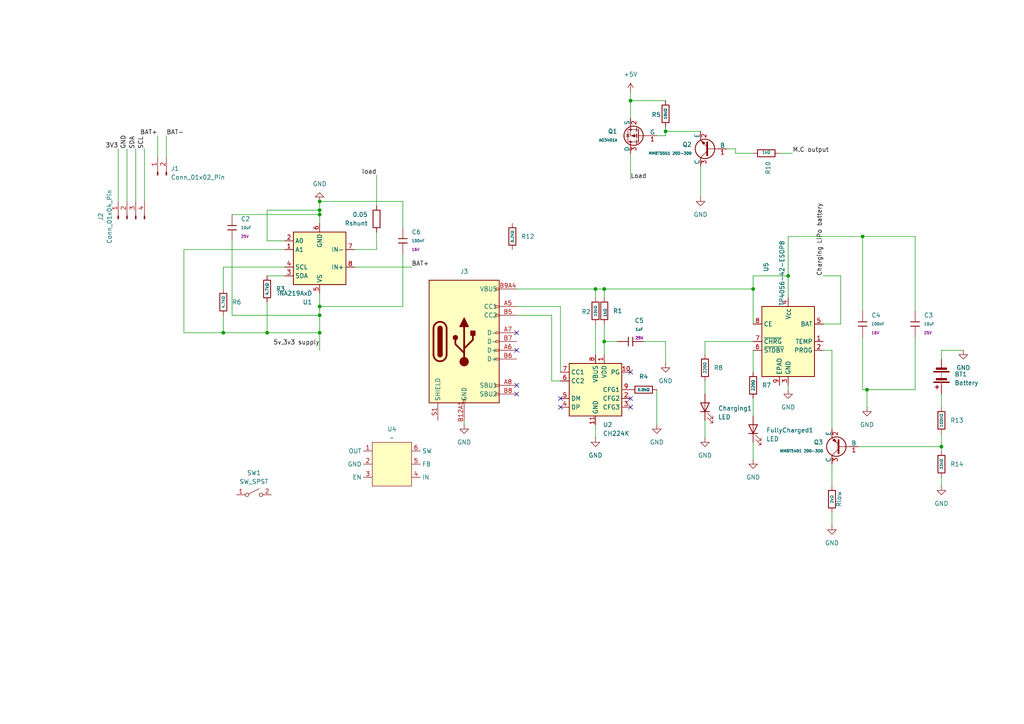
<source format=kicad_sch>
(kicad_sch (version 20250114) (generator "eeschema") (generator_version "9.0")
  (paper "A4")
  (lib_symbols
    (symbol "Battery_Management:TP4056-42-ESOP8"
      (property "Reference" "U" (at -6.604 11.684 0))
      (property "Value" "TP4056-42-ESOP8" (at 10.16 11.684 0))
      (symbol "TP4056-42-ESOP8_1_0"
        (pin input line (at -10.16 5.08 0) (length 2.54) (name "CE") (number "8"))
        (pin open_collector line (at -10.16 0 0) (length 2.54) (name "~{CHRG}") (number "7"))
        (pin open_collector line (at -10.16 -2.54 0) (length 2.54) (name "~{STDBY}") (number "6"))
        (pin passive line (at -2.54 -12.7 90) (length 2.54) (name "EPAD") (number "9"))
        (pin power_in line (at 0 12.7 270) (length 2.54) (name "V_{CC}") (number "4"))
        (pin power_in line (at 0 -12.7 90) (length 2.54) (name "GND") (number "3"))
        (pin power_out line (at 10.16 5.08 180) (length 2.54) (name "BAT") (number "5"))
        (pin input line (at 10.16 0 180) (length 2.54) (name "TEMP") (number "1"))
        (pin passive line (at 10.16 -2.54 180) (length 2.54) (name "PROG") (number "2"))
      )
    )
    (symbol "Connector:Conn_01x02_Pin" (pin_names (offset 1.016) (hide yes))
      (property "Reference" "J" (at 0 2.54 0))
      (property "Value" "Conn_01x02_Pin" (at 0 -5.08 0))
      (symbol "Conn_01x02_Pin_1_1"
        (pin passive line (at 5.08 0 180) (length 3.81) (name "Pin_1") (number "1"))
        (pin passive line (at 5.08 -2.54 180) (length 3.81) (name "Pin_2") (number "2"))
      )
    )
    (symbol "Connector:Conn_01x04_Pin" (pin_names (offset 1.016) (hide yes))
      (property "Reference" "J" (at 0 5.08 0))
      (property "Value" "Conn_01x04_Pin" (at 0 -7.62 0))
      (symbol "Conn_01x04_Pin_1_1"
        (pin passive line (at 5.08 2.54 180) (length 3.81) (name "Pin_1") (number "1"))
        (pin passive line (at 5.08 0 180) (length 3.81) (name "Pin_2") (number "2"))
        (pin passive line (at 5.08 -2.54 180) (length 3.81) (name "Pin_3") (number "3"))
        (pin passive line (at 5.08 -5.08 180) (length 3.81) (name "Pin_4") (number "4"))
      )
    )
    (symbol "Device:Battery" (pin_numbers (hide yes)) (pin_names (offset 0) (hide yes))
      (property "Reference" "BT" (at 2.54 2.54 0))
      (property "Value" "Battery" (at 2.54 0 0))
      (symbol "Battery_1_1"
        (pin passive line (at 0 5.08 270) (length 2.54) (name "+") (number "1"))
        (pin passive line (at 0 -5.08 90) (length 2.54) (name "-") (number "2"))
      )
    )
    (symbol "Device:LED" (pin_numbers (hide yes)) (pin_names (offset 1.016) (hide yes))
      (property "Reference" "D" (at 0 2.54 0))
      (property "Value" "LED" (at 0 -2.54 0))
      (symbol "LED_1_1"
        (pin passive line (at -3.81 0 0) (length 2.54) (name "K") (number "1"))
        (pin passive line (at 3.81 0 180) (length 2.54) (name "A") (number "2"))
      )
    )
    (symbol "Device:R" (pin_numbers (hide yes)) (pin_names (offset 0))
      (property "Reference" "R" (at 2.032 0 90))
      (property "Value" "R" (at 0 0 90))
      (symbol "R_1_1"
        (pin passive line (at 0 3.81 270) (length 1.27) (name "~") (number "1"))
        (pin passive line (at 0 -3.81 90) (length 1.27) (name "~") (number "2"))
      )
    )
    (symbol "ETA1038:ETA1038"
      (property "Reference" "U" (at 0 0 0))
      (symbol "ETA1038_1_1"
        (pin power_out line (at -5.08 3.81 180) (length 2.54) (name "OUT") (number "1"))
        (pin power_in line (at -5.08 0 180) (length 2.54) (name "GND") (number "2"))
        (pin input line (at -5.08 -3.81 180) (length 2.54) (name "EN") (number "3"))
        (pin power_out line (at 6.35 3.81 0) (length 2.54) (name "SW") (number "6"))
        (pin input line (at 6.35 0 0) (length 2.54) (name "FB") (number "5"))
        (pin power_in line (at 6.35 -3.81 0) (length 2.54) (name "IN") (number "4"))
      )
    )
    (symbol "Interface_USB:CH224K"
      (property "Reference" "U" (at -7.874 -8.89 0))
      (property "Value" "CH224K" (at 3.048 -8.89 0))
      (symbol "CH224K_1_1"
        (pin bidirectional line (at -10.16 5.08 0) (length 2.54) (name "CC1") (number "7"))
        (pin bidirectional line (at -10.16 2.54 0) (length 2.54) (name "CC2") (number "6"))
        (pin bidirectional line (at -10.16 -2.54 0) (length 2.54) (name "DM") (number "5"))
        (pin bidirectional line (at -10.16 -5.08 0) (length 2.54) (name "DP") (number "4"))
        (pin passive line (at 0 10.16 270) (length 2.54) (name "VBUS") (number "8"))
        (pin power_in line (at 0 -10.16 90) (length 2.54) (name "GND") (number "11"))
        (pin power_in line (at 2.54 10.16 270) (length 2.54) (name "VDD") (number "1"))
        (pin open_collector line (at 10.16 5.08 180) (length 2.54) (name "PG") (number "10"))
        (pin passive line (at 10.16 0 180) (length 2.54) (name "CFG1") (number "9"))
        (pin passive line (at 10.16 -2.54 180) (length 2.54) (name "CFG2") (number "2"))
        (pin passive line (at 10.16 -5.08 180) (length 2.54) (name "CFG3") (number "3"))
      )
    )
    (symbol "JLCPCB-Capacitors:0402,1uF" (pin_numbers (hide yes)) (pin_names (offset 0))
      (property "Reference" "C" (at 2.032 1.668 0))
      (property "Value" "1uF" (at 2.032 -0.3782 0))
      (property "Voltage Rated" "25V" (at 2.032 -2.0462 0))
      (symbol "0402,1uF_1_1"
        (pin passive line (at 0 3.81 270) (length 3.175) (name "~") (number "1"))
        (pin passive line (at 0 -3.81 90) (length 3.175) (name "~") (number "2"))
      )
    )
    (symbol "JLCPCB-Extended:Connector, USB-TYPE-C-16P"
      (property "Reference" "J" (at 2.54 2.54 0))
      (symbol "Connector, USB-TYPE-C-16P_1_1"
        (pin passive line (at -7.62 -22.86 90) (length 5.08) (name "SHIELD") (number "S1"))
        (pin passive line (at 0 -22.86 90) (length 5.08) (hide yes) (name "GND") (number "A12B1"))
        (pin passive line (at 0 -22.86 90) (length 5.08) (name "GND") (number "B12A1"))
        (pin passive line (at 15.24 15.24 180) (length 5.08) (hide yes) (name "VBUS") (number "A9B4"))
        (pin passive line (at 15.24 15.24 180) (length 5.08) (name "VBUS") (number "B9A4"))
        (pin bidirectional line (at 15.24 10.16 180) (length 5.08) (name "CC1") (number "A5"))
        (pin bidirectional line (at 15.24 7.62 180) (length 5.08) (name "CC2") (number "B5"))
        (pin bidirectional line (at 15.24 2.54 180) (length 5.08) (name "D-") (number "A7"))
        (pin bidirectional line (at 15.24 0 180) (length 5.08) (name "D-") (number "B7"))
        (pin bidirectional line (at 15.24 -2.54 180) (length 5.08) (name "D+") (number "A6"))
        (pin bidirectional line (at 15.24 -5.08 180) (length 5.08) (name "D+") (number "B6"))
        (pin bidirectional line (at 15.24 -12.7 180) (length 5.08) (name "SBU1") (number "A8"))
        (pin bidirectional line (at 15.24 -15.24 180) (length 5.08) (name "SBU2") (number "B8"))
      )
    )
    (symbol "JLCPCB-Resistors:0603,10kΩ" (pin_numbers (hide yes)) (pin_names (offset 0))
      (property "Reference" "R" (at 1.778 0 0))
      (property "Value" "10kΩ" (at 0 0 90))
      (symbol "0603,10kΩ_1_1"
        (pin passive line (at 0 3.81 270) (length 1.27) (name "~") (number "1"))
        (pin passive line (at 0 -3.81 90) (length 1.27) (name "~") (number "2"))
      )
    )
    (symbol "JLCPCB-Resistors:0603,1kΩ" (pin_numbers (hide yes)) (pin_names (offset 0))
      (property "Reference" "R" (at 1.778 0 0))
      (property "Value" "1kΩ" (at 0 0 90))
      (symbol "0603,1kΩ_1_1"
        (pin passive line (at 0 3.81 270) (length 1.27) (name "~") (number "1"))
        (pin passive line (at 0 -3.81 90) (length 1.27) (name "~") (number "2"))
      )
    )
    (symbol "JLCPCB-Resistors:0603,6.8kΩ" (pin_numbers (hide yes)) (pin_names (offset 0))
      (property "Reference" "R" (at 1.778 0 0))
      (property "Value" "6.8kΩ" (at 0 0 90))
      (symbol "0603,6.8kΩ_1_1"
        (pin passive line (at 0 3.81 270) (length 1.27) (name "~") (number "1"))
        (pin passive line (at 0 -3.81 90) (length 1.27) (name "~") (number "2"))
      )
    )
    (symbol "PCM_JLCPCB-Capacitors:0402,100nF" (pin_numbers (hide yes)) (pin_names (offset 0))
      (property "Reference" "C" (at 2.032 1.668 0))
      (property "Value" "100nF" (at 2.032 -0.3782 0))
      (property "Voltage Rated" "16V" (at 2.032 -2.0462 0))
      (symbol "0402,100nF_1_1"
        (pin passive line (at 0 3.81 270) (length 3.175) (name "~") (number "1"))
        (pin passive line (at 0 -3.81 90) (length 3.175) (name "~") (number "2"))
      )
    )
    (symbol "PCM_JLCPCB-Capacitors:0805,10uF" (pin_numbers (hide yes)) (pin_names (offset 0))
      (property "Reference" "C" (at 2.032 1.668 0))
      (property "Value" "10uF" (at 2.032 -0.3782 0))
      (property "Voltage Rated" "25V" (at 2.032 -2.0462 0))
      (symbol "0805,10uF_1_1"
        (pin passive line (at 0 3.81 270) (length 3.175) (name "~") (number "1"))
        (pin passive line (at 0 -3.81 90) (length 3.175) (name "~") (number "2"))
      )
    )
    (symbol "PCM_JLCPCB-Resistors:0402,100kΩ" (pin_numbers (hide yes)) (pin_names (offset 0))
      (property "Reference" "R" (at 1.778 0 0))
      (property "Value" "100kΩ" (at 0 0 90))
      (symbol "0402,100kΩ_1_1"
        (pin passive line (at 0 3.81 270) (length 1.27) (name "~") (number "1"))
        (pin passive line (at 0 -3.81 90) (length 1.27) (name "~") (number "2"))
      )
    )
    (symbol "PCM_JLCPCB-Resistors:0603,220Ω" (pin_numbers (hide yes)) (pin_names (offset 0))
      (property "Reference" "R" (at 1.778 0 0))
      (property "Value" "220Ω" (at 0 0 90))
      (symbol "0603,220Ω_1_1"
        (pin passive line (at 0 3.81 270) (length 1.27) (name "~") (number "1"))
        (pin passive line (at 0 -3.81 90) (length 1.27) (name "~") (number "2"))
      )
    )
    (symbol "PCM_JLCPCB-Resistors:0603,2kΩ" (pin_numbers (hide yes)) (pin_names (offset 0))
      (property "Reference" "R" (at 1.778 0 0))
      (property "Value" "2kΩ" (at 0 0 90))
      (symbol "0603,2kΩ_1_1"
        (pin passive line (at 0 3.81 270) (length 1.27) (name "~") (number "1"))
        (pin passive line (at 0 -3.81 90) (length 1.27) (name "~") (number "2"))
      )
    )
    (symbol "PCM_JLCPCB-Resistors:0603,33kΩ" (pin_numbers (hide yes)) (pin_names (offset 0))
      (property "Reference" "R" (at 1.778 0 0))
      (property "Value" "33kΩ" (at 0 0 90))
      (symbol "0603,33kΩ_1_1"
        (pin passive line (at 0 3.81 270) (length 1.27) (name "~") (number "1"))
        (pin passive line (at 0 -3.81 90) (length 1.27) (name "~") (number "2"))
      )
    )
    (symbol "PCM_JLCPCB-Resistors:0603,6.2kΩ" (pin_numbers (hide yes)) (pin_names (offset 0))
      (property "Reference" "R" (at 1.778 0 0))
      (property "Value" "6.2kΩ" (at 0 0 90))
      (symbol "0603,6.2kΩ_1_1"
        (pin passive line (at 0 3.81 270) (length 1.27) (name "~") (number "1"))
        (pin passive line (at 0 -3.81 90) (length 1.27) (name "~") (number "2"))
      )
    )
    (symbol "PCM_JLCPCB-Resistors:0805,4.7kΩ" (pin_numbers (hide yes)) (pin_names (offset 0))
      (property "Reference" "R" (at 1.778 0 0))
      (property "Value" "4.7kΩ" (at 0 0 90))
      (symbol "0805,4.7kΩ_1_1"
        (pin passive line (at 0 3.81 270) (length 1.27) (name "~") (number "1"))
        (pin passive line (at 0 -3.81 90) (length 1.27) (name "~") (number "2"))
      )
    )
    (symbol "PCM_JLCPCB-Transistors:NPN,MMBT5551 200-300" (pin_names (offset 0))
      (property "Reference" "Q" (at 4.8514 0.834 0))
      (property "Value" "MMBT5551 200-300" (at 4.8514 -1.2122 0))
      (symbol "NPN,MMBT5551 200-300_1_1"
        (pin input line (at -5.08 0 0) (length 2.54) (name "B") (number "1"))
        (pin open_collector line (at 2.54 5.08 270) (length 2.54) (name "C") (number "3"))
        (pin open_emitter line (at 2.54 -5.08 90) (length 2.54) (name "E") (number "2"))
      )
    )
    (symbol "PCM_JLCPCB-Transistors:PMOS,AO3401A" (pin_names (offset 0))
      (property "Reference" "Q" (at 4.8514 0.834 0))
      (property "Value" "AO3401A" (at 4.8514 -1.2122 0))
      (symbol "PMOS,AO3401A_1_1"
        (pin input line (at -5.08 0 0) (length 2.54) (name "G") (number "1"))
        (pin passive line (at 2.54 5.08 270) (length 2.54) (name "D") (number "3"))
        (pin passive line (at 2.54 -5.08 90) (length 2.54) (name "S") (number "2"))
      )
    )
    (symbol "PCM_JLCPCB-Transistors:PNP,MMBT5401 200-300" (pin_names (offset 0))
      (property "Reference" "Q" (at 4.8514 0.834 0))
      (property "Value" "MMBT5401 200-300" (at 4.8514 -1.2122 0))
      (symbol "PNP,MMBT5401 200-300_1_1"
        (pin input line (at -5.08 0 0) (length 2.54) (name "B") (number "1"))
        (pin open_collector line (at 2.54 5.08 270) (length 2.54) (name "C") (number "3"))
        (pin open_emitter line (at 2.54 -5.08 90) (length 2.54) (name "E") (number "2"))
      )
    )
    (symbol "Sensor_Energy:INA219AxD"
      (property "Reference" "U" (at -6.35 8.89 0))
      (property "Value" "INA219AxD" (at 5.08 8.89 0))
      (symbol "INA219AxD_1_1"
        (pin input line (at -10.16 2.54 0) (length 2.54) (name "IN+") (number "8"))
        (pin input line (at -10.16 -2.54 0) (length 2.54) (name "IN-") (number "7"))
        (pin power_in line (at 0 10.16 270) (length 2.54) (name "VS") (number "5"))
        (pin power_in line (at 0 -10.16 90) (length 2.54) (name "GND") (number "6"))
        (pin bidirectional line (at 10.16 5.08 180) (length 2.54) (name "SDA") (number "3"))
        (pin input line (at 10.16 2.54 180) (length 2.54) (name "SCL") (number "4"))
        (pin input line (at 10.16 -2.54 180) (length 2.54) (name "A1") (number "1"))
        (pin input line (at 10.16 -5.08 180) (length 2.54) (name "A0") (number "2"))
      )
    )
    (symbol "Switch:SW_SPST" (pin_names (offset 0) (hide yes))
      (property "Reference" "SW" (at 0 3.175 0))
      (property "Value" "SW_SPST" (at 0 -2.54 0))
      (symbol "SW_SPST_1_1"
        (pin passive line (at -5.08 0 0) (length 2.54) (name "A") (number "1"))
        (pin passive line (at 5.08 0 180) (length 2.54) (name "B") (number "2"))
      )
    )
    (symbol "power:+5V" (power) (pin_numbers (hide yes)) (pin_names (offset 0) (hide yes))
      (property "Value" "+5V" (at 0 3.556 0))
      (symbol "+5V_1_1"
        (pin power_in line (at 0 0 90) (length 0) (name "~") (number "1"))
      )
    )
    (symbol "power:GND" (power) (pin_numbers (hide yes)) (pin_names (offset 0) (hide yes))
      (property "Value" "GND" (at 0 -3.81 0))
      (symbol "GND_1_1"
        (pin power_in line (at 0 0 270) (length 0) (name "~") (number "1"))
      )
    )
  )
  (junction (at 182.88 29.21))
  (junction (at 92.71 91.44))
  (junction (at 92.71 58.42))
  (junction (at 273.05 129.54))
  (junction (at 228.6 80.01))
  (junction (at 92.71 88.9))
  (junction (at 172.72 83.82))
  (junction (at 175.26 83.82))
  (junction (at 250.19 68.58))
  (junction (at 193.04 38.1))
  (junction (at 92.71 62.23))
  (junction (at 92.71 60.96))
  (junction (at 175.26 99.06))
  (junction (at 218.44 83.82))
  (junction (at 251.46 113.03))
  (junction (at 92.71 96.52))
  (junction (at 77.47 96.52))
  (junction (at 64.77 96.52))
  (no_connect (at 149.86 111.76))
  (no_connect (at 149.86 101.6))
  (no_connect (at 182.88 107.95))
  (no_connect (at 149.86 114.3))
  (no_connect (at 182.88 118.11))
  (no_connect (at 182.88 115.57))
  (no_connect (at 149.86 96.52))
  (no_connect (at 162.56 115.57))
  (no_connect (at 162.56 118.11))
  (wire (pts (xy 273.05 125.73) (xy 273.05 129.54)))
  (wire (pts (xy 162.56 88.9) (xy 149.86 88.9)))
  (wire (pts (xy 48.26 39.37) (xy 48.26 45.72)))
  (wire (pts (xy 77.47 60.96) (xy 92.71 60.96)))
  (wire (pts (xy 273.05 114.3) (xy 273.05 118.11)))
  (wire (pts (xy 34.29 43.18) (xy 34.29 58.42)))
  (wire (pts (xy 64.77 96.52) (xy 64.77 91.44)))
  (wire (pts (xy 134.62 123.19) (xy 134.62 121.92)))
  (wire (pts (xy 109.22 59.69) (xy 109.22 50.8)))
  (wire (pts (xy 77.47 96.52) (xy 64.77 96.52)))
  (wire (pts (xy 226.06 44.45) (xy 229.87 44.45)))
  (wire (pts (xy 238.76 101.6) (xy 241.3 101.6)))
  (wire (pts (xy 250.19 97.79) (xy 250.19 113.03)))
  (wire (pts (xy 77.47 87.63) (xy 77.47 96.52)))
  (wire (pts (xy 182.88 29.21) (xy 182.88 34.29)))
  (wire (pts (xy 218.44 101.6) (xy 218.44 107.95)))
  (wire (pts (xy 213.36 43.18) (xy 213.36 44.45)))
  (wire (pts (xy 116.84 58.42) (xy 116.84 66.04)))
  (wire (pts (xy 67.31 62.23) (xy 92.71 62.23)))
  (wire (pts (xy 250.19 68.58) (xy 265.43 68.58)))
  (wire (pts (xy 203.2 48.26) (xy 203.2 57.15)))
  (wire (pts (xy 172.72 127) (xy 172.72 123.19)))
  (wire (pts (xy 228.6 68.58) (xy 250.19 68.58)))
  (wire (pts (xy 204.47 99.06) (xy 218.44 99.06)))
  (wire (pts (xy 193.04 36.83) (xy 193.04 38.1)))
  (wire (pts (xy 193.04 99.06) (xy 193.04 105.41)))
  (wire (pts (xy 193.04 38.1) (xy 203.2 38.1)))
  (wire (pts (xy 273.05 104.14) (xy 273.05 101.6)))
  (wire (pts (xy 241.3 134.62) (xy 241.3 140.97)))
  (wire (pts (xy 41.91 43.18) (xy 41.91 58.42)))
  (wire (pts (xy 251.46 113.03) (xy 265.43 113.03)))
  (wire (pts (xy 175.26 83.82) (xy 175.26 86.36)))
  (wire (pts (xy 190.5 113.03) (xy 190.5 123.19)))
  (wire (pts (xy 175.26 99.06) (xy 179.07 99.06)))
  (wire (pts (xy 172.72 93.98) (xy 172.72 102.87)))
  (wire (pts (xy 149.86 83.82) (xy 172.72 83.82)))
  (wire (pts (xy 265.43 68.58) (xy 265.43 90.17)))
  (wire (pts (xy 265.43 97.79) (xy 265.43 113.03)))
  (wire (pts (xy 273.05 129.54) (xy 273.05 130.81)))
  (wire (pts (xy 248.92 129.54) (xy 273.05 129.54)))
  (wire (pts (xy 186.69 99.06) (xy 193.04 99.06)))
  (wire (pts (xy 67.31 69.85) (xy 67.31 91.44)))
  (wire (pts (xy 204.47 99.06) (xy 204.47 102.87)))
  (wire (pts (xy 160.02 91.44) (xy 149.86 91.44)))
  (wire (pts (xy 190.5 39.37) (xy 193.04 39.37)))
  (wire (pts (xy 204.47 121.92) (xy 204.47 127)))
  (wire (pts (xy 109.22 67.31) (xy 109.22 72.39)))
  (wire (pts (xy 53.34 72.39) (xy 53.34 96.52)))
  (wire (pts (xy 238.76 93.98) (xy 243.84 93.98)))
  (wire (pts (xy 82.55 69.85) (xy 77.47 69.85)))
  (wire (pts (xy 92.71 58.42) (xy 92.71 60.96)))
  (wire (pts (xy 228.6 111.76) (xy 228.6 113.03)))
  (wire (pts (xy 92.71 88.9) (xy 92.71 91.44)))
  (wire (pts (xy 238.76 80.01) (xy 243.84 80.01)))
  (wire (pts (xy 82.55 72.39) (xy 53.34 72.39)))
  (wire (pts (xy 162.56 110.49) (xy 160.02 110.49)))
  (wire (pts (xy 250.19 113.03) (xy 251.46 113.03)))
  (wire (pts (xy 218.44 115.57) (xy 218.44 120.65)))
  (wire (pts (xy 64.77 83.82) (xy 64.77 77.47)))
  (wire (pts (xy 39.37 43.18) (xy 39.37 58.42)))
  (wire (pts (xy 218.44 83.82) (xy 218.44 93.98)))
  (wire (pts (xy 92.71 58.42) (xy 116.84 58.42)))
  (wire (pts (xy 82.55 80.01) (xy 77.47 80.01)))
  (wire (pts (xy 45.72 39.37) (xy 45.72 45.72)))
  (wire (pts (xy 92.71 101.6) (xy 92.71 96.52)))
  (wire (pts (xy 213.36 44.45) (xy 218.44 44.45)))
  (wire (pts (xy 241.3 148.59) (xy 241.3 152.4)))
  (wire (pts (xy 273.05 101.6) (xy 279.4 101.6)))
  (wire (pts (xy 92.71 62.23) (xy 92.71 60.96)))
  (wire (pts (xy 82.55 77.47) (xy 64.77 77.47)))
  (wire (pts (xy 175.26 99.06) (xy 175.26 102.87)))
  (wire (pts (xy 36.83 43.18) (xy 36.83 58.42)))
  (wire (pts (xy 193.04 38.1) (xy 193.04 39.37)))
  (wire (pts (xy 182.88 26.67) (xy 182.88 29.21)))
  (wire (pts (xy 116.84 73.66) (xy 116.84 88.9)))
  (wire (pts (xy 182.88 29.21) (xy 193.04 29.21)))
  (wire (pts (xy 64.77 96.52) (xy 53.34 96.52)))
  (wire (pts (xy 92.71 96.52) (xy 92.71 91.44)))
  (wire (pts (xy 228.6 80.01) (xy 228.6 86.36)))
  (wire (pts (xy 160.02 110.49) (xy 160.02 91.44)))
  (wire (pts (xy 92.71 85.09) (xy 92.71 88.9)))
  (wire (pts (xy 172.72 83.82) (xy 175.26 83.82)))
  (wire (pts (xy 172.72 83.82) (xy 172.72 86.36)))
  (wire (pts (xy 218.44 80.01) (xy 228.6 80.01)))
  (wire (pts (xy 162.56 107.95) (xy 162.56 88.9)))
  (wire (pts (xy 273.05 138.43) (xy 273.05 140.97)))
  (wire (pts (xy 218.44 128.27) (xy 218.44 133.35)))
  (wire (pts (xy 218.44 80.01) (xy 218.44 83.82)))
  (wire (pts (xy 67.31 91.44) (xy 92.71 91.44)))
  (wire (pts (xy 109.22 72.39) (xy 102.87 72.39)))
  (wire (pts (xy 119.38 77.47) (xy 102.87 77.47)))
  (wire (pts (xy 182.88 44.45) (xy 182.88 52.07)))
  (wire (pts (xy 228.6 80.01) (xy 228.6 68.58)))
  (wire (pts (xy 251.46 113.03) (xy 251.46 118.11)))
  (wire (pts (xy 92.71 96.52) (xy 77.47 96.52)))
  (wire (pts (xy 116.84 88.9) (xy 92.71 88.9)))
  (wire (pts (xy 175.26 83.82) (xy 218.44 83.82)))
  (wire (pts (xy 175.26 93.98) (xy 175.26 99.06)))
  (wire (pts (xy 210.82 43.18) (xy 213.36 43.18)))
  (wire (pts (xy 243.84 93.98) (xy 243.84 80.01)))
  (wire (pts (xy 92.71 64.77) (xy 92.71 62.23)))
  (wire (pts (xy 241.3 101.6) (xy 241.3 124.46)))
  (wire (pts (xy 250.19 68.58) (xy 250.19 90.17)))
  (wire (pts (xy 204.47 110.49) (xy 204.47 114.3)))
  (wire (pts (xy 77.47 69.85) (xy 77.47 60.96)))
  (label "Charging LiPo battery" (at 238.76 80.01 90))
  (label "load" (at 109.22 50.8 180))
  (label "BAT+" (at 45.72 39.37 180))
  (label "BAT-" (at 48.26 39.37 0))
  (label "GND" (at 36.83 43.18 90))
  (label "SCL" (at 41.91 43.18 90))
  (label "BAT+" (at 119.38 77.47 0))
  (label "M.C output" (at 229.87 44.45 0))
  (label "5v,3v3 supply" (at 92.71 100.33 180))
  (label "3V3" (at 34.29 43.18 180))
  (label "SDA" (at 39.37 43.18 90))
  (label "Load" (at 182.88 52.07 0))
  (symbol (lib_id "ETA1038:ETA1038") (at 113.03 134.62 0) (unit 1)
    (property "Reference" "U4" (at 113.665 124.46 0))
    (property "Value" "~" (at 113.665 127 0))
    (property "Footprint" "ETA1038:Untitled" (effects (hide yes)))
  )
  (symbol (lib_id "PCM_JLCPCB-Resistors:0805,4.7kΩ") (at 64.77 87.63 0) (unit 1)
    (property "Reference" "R6" (at 67.31 87.6299 0) (effects (justify left)))
    (property "Value" "4.7kΩ" (at 64.77 87.63 90) (effects (font (size 0.8 0.8))))
    (property "Footprint" "PCM_JLCPCB:R_0805" (effects (hide yes)))
    (property "Datasheet" "https://www.lcsc.com/datasheet/lcsc_datasheet_2206010200_UNI-ROYAL-Uniroyal-Elec-0805W8F4701T5E_C17673.pdf" (effects (hide yes)))
    (property "Description" "125mW Thick Film Resistors 150V ±100ppm/°C ±1% 4.7kΩ 0805 Chip Resistor - Surface Mount ROHS" (effects (hide yes)))
    (property "LCSC" "C17673" (effects (hide yes)))
    (property "Stock" "3308126" (effects (hide yes)))
    (property "Price" "0.005USD" (effects (hide yes)))
    (property "Process" "SMT" (effects (hide yes)))
    (property "Minimum Qty" "20" (effects (hide yes)))
    (property "Attrition Qty" "6" (effects (hide yes)))
    (property "Class" "Basic Component" (effects (hide yes)))
    (property "Category" "Resistors,Chip Resistor - Surface Mount" (effects (hide yes)))
    (property "Manufacturer" "UNI-ROYAL(Uniroyal Elec)" (effects (hide yes)))
    (property "Part" "0805W8F4701T5E" (effects (hide yes)))
    (property "Resistance" "4.7kΩ" (effects (hide yes)))
    (property "Power(Watts)" "125mW" (effects (hide yes)))
    (property "Type" "Thick Film Resistors" (effects (hide yes)))
    (property "Overload Voltage (Max)" "150V" (effects (hide yes)))
    (property "Operating Temperature Range" "-55°C~+155°C" (effects (hide yes)))
    (property "Tolerance" "±1%" (effects (hide yes)))
    (property "Temperature Coefficient" "±100ppm/°C" (effects (hide yes)))
  )
  (symbol (lib_id "JLCPCB-Resistors:0603,1kΩ") (at 222.25 44.45 270) (unit 1)
    (property "Reference" "R10" (at 222.7581 46.736 0) (effects (justify left)))
    (property "Value" "1kΩ" (at 222.25 44.196 90) (effects (font (size 0.8 0.8))))
    (property "Footprint" "PCM_JLCPCB:R_0603" (effects (hide yes)))
    (property "Datasheet" "https://www.lcsc.com/datasheet/lcsc_datasheet_2206010130_UNI-ROYAL-Uniroyal-Elec-0603WAF1001T5E_C21190.pdf" (effects (hide yes)))
    (property "Description" "100mW Thick Film Resistors 75V ±100ppm/°C ±1% 1kΩ 0603 Chip Resistor - Surface Mount ROHS" (effects (hide yes)))
    (property "LCSC" "C21190" (effects (hide yes)))
    (property "Stock" "12078416" (effects (hide yes)))
    (property "Price" "0.004USD" (effects (hide yes)))
    (property "Process" "SMT" (effects (hide yes)))
    (property "Minimum Qty" "20" (effects (hide yes)))
    (property "Attrition Qty" "10" (effects (hide yes)))
    (property "Class" "Basic Component" (effects (hide yes)))
    (property "Category" "Resistors,Chip Resistor - Surface Mount" (effects (hide yes)))
    (property "Manufacturer" "UNI-ROYAL(Uniroyal Elec)" (effects (hide yes)))
    (property "Part" "0603WAF1001T5E" (effects (hide yes)))
    (property "Resistance" "1kΩ" (effects (hide yes)))
    (property "Power(Watts)" "100mW" (effects (hide yes)))
    (property "Type" "Thick Film Resistors" (effects (hide yes)))
    (property "Overload Voltage (Max)" "75V" (effects (hide yes)))
    (property "Operating Temperature Range" "-55°C~+155°C" (effects (hide yes)))
    (property "Tolerance" "±1%" (effects (hide yes)))
    (property "Temperature Coefficient" "±100ppm/°C" (effects (hide yes)))
  )
  (symbol (lib_id "PCM_JLCPCB-Capacitors:0805,10uF") (at 67.31 66.04 0) (unit 1)
    (property "Reference" "C2" (at 69.85 63.4999 0) (effects (justify left)))
    (property "Value" "10uF" (at 69.85 66.04 0) (effects (font (size 0.8 0.8)) (justify left)))
    (property "Footprint" "PCM_JLCPCB:C_0805" (effects (hide yes)))
    (property "Datasheet" "https://www.lcsc.com/datasheet/lcsc_datasheet_2304140030_Samsung-Electro-Mechanics-CL21A106KAYNNNE_C15850.pdf" (effects (hide yes)))
    (property "Description" "25V 10uF X5R ±10% 0805 Multilayer Ceramic Capacitors MLCC - SMD/SMT ROHS" (effects (hide yes)))
    (property "LCSC" "C15850" (effects (hide yes)))
    (property "Stock" "17467721" (effects (hide yes)))
    (property "Price" "0.013USD" (effects (hide yes)))
    (property "Process" "SMT" (effects (hide yes)))
    (property "Minimum Qty" "20" (effects (hide yes)))
    (property "Attrition Qty" "10" (effects (hide yes)))
    (property "Class" "Basic Component" (effects (hide yes)))
    (property "Category" "Capacitors,Multilayer Ceramic Capacitors MLCC - SMD/SMT" (effects (hide yes)))
    (property "Manufacturer" "Samsung Electro-Mechanics" (effects (hide yes)))
    (property "Part" "CL21A106KAYNNNE" (effects (hide yes)))
    (property "Voltage Rated" "25V" (at 69.85 68.58 0) (effects (font (size 0.8 0.8)) (justify left)))
    (property "Tolerance" "±10%" (effects (hide yes)))
    (property "Capacitance" "10uF" (effects (hide yes)))
    (property "Temperature Coefficient" "X5R" (effects (hide yes)))
  )
  (symbol (lib_id "PCM_JLCPCB-Resistors:0603,220Ω") (at 218.44 111.76 0) (unit 1)
    (property "Reference" "R7" (at 220.98 111.7599 0) (effects (justify left)))
    (property "Value" "220Ω" (at 218.44 111.76 90) (effects (font (size 0.8 0.8))))
    (property "Footprint" "PCM_JLCPCB:R_0603" (effects (hide yes)))
    (property "Datasheet" "https://www.lcsc.com/datasheet/lcsc_datasheet_2206010130_UNI-ROYAL-Uniroyal-Elec-0603WAF2200T5E_C22962.pdf" (effects (hide yes)))
    (property "Description" "100mW Thick Film Resistors 75V ±100ppm/°C ±1% 220Ω 0603 Chip Resistor - Surface Mount ROHS" (effects (hide yes)))
    (property "LCSC" "C22962" (effects (hide yes)))
    (property "Stock" "1827922" (effects (hide yes)))
    (property "Price" "0.004USD" (effects (hide yes)))
    (property "Process" "SMT" (effects (hide yes)))
    (property "Minimum Qty" "20" (effects (hide yes)))
    (property "Attrition Qty" "10" (effects (hide yes)))
    (property "Class" "Basic Component" (effects (hide yes)))
    (property "Category" "Resistors,Chip Resistor - Surface Mount" (effects (hide yes)))
    (property "Manufacturer" "UNI-ROYAL(Uniroyal Elec)" (effects (hide yes)))
    (property "Part" "0603WAF2200T5E" (effects (hide yes)))
    (property "Resistance" "220Ω" (effects (hide yes)))
    (property "Power(Watts)" "100mW" (effects (hide yes)))
    (property "Type" "Thick Film Resistors" (effects (hide yes)))
    (property "Overload Voltage (Max)" "75V" (effects (hide yes)))
    (property "Operating Temperature Range" "-55°C~+155°C" (effects (hide yes)))
    (property "Tolerance" "±1%" (effects (hide yes)))
    (property "Temperature Coefficient" "±100ppm/°C" (effects (hide yes)))
  )
  (symbol (lib_id "JLCPCB-Extended:Connector, USB-TYPE-C-16P") (at 134.62 99.06 0) (unit 1)
    (property "Reference" "J3" (at 134.62 78.74 0))
    (property "Value" "Connector, USB-TYPE-C-16P" (effects (hide yes)))
    (property "Footprint" "PCM_JLCPCB:TYPE-C-SMD_HX-TYPE-C-16PIN" (effects (hide yes)))
    (property "Datasheet" "https://atta.szlcsc.com/upload/public/pdf/source/20220920/0EF8F885FCCEA71F60E9E85152155021.pdf" (effects (hide yes)))
    (property "Description" "3A 1 Horizontal attachment 16P Female -25℃~+85℃ Type-C SMD USB Connectors ROHS" (effects (hide yes)))
    (property "LCSC" "C2927039" (effects (hide yes)))
  )
  (symbol (lib_id "Device:LED") (at 218.44 124.46 90) (unit 1)
    (property "Reference" "FullyCharged1" (at 222.25 124.7774 90) (effects (justify right)))
    (property "Value" "LED" (at 222.25 127.3174 90) (effects (justify right)))
    (property "Description" "Light emitting diode" (effects (hide yes)))
    (property "Sim.Pins" "1=K 2=A" (effects (hide yes)))
  )
  (symbol (lib_id "power:GND") (at 228.6 113.03 0) (unit 1)
    (property "Reference" "#PWR09" (effects (hide yes)))
    (property "Value" "GND" (at 228.6 118.11 0))
    (property "Description" "Power symbol creates a global label with name \"GND\" , ground" (effects (hide yes)))
  )
  (symbol (lib_id "Device:Battery") (at 273.05 109.22 180) (unit 1)
    (property "Reference" "BT1" (at 276.86 108.5214 0) (effects (justify right)))
    (property "Value" "Battery" (at 276.86 111.0614 0) (effects (justify right)))
    (property "Description" "Multiple-cell battery" (effects (hide yes)))
  )
  (symbol (lib_id "power:GND") (at 203.2 57.15 0) (unit 1)
    (property "Reference" "#PWR012" (effects (hide yes)))
    (property "Value" "GND" (at 203.2 62.23 0))
    (property "Description" "Power symbol creates a global label with name \"GND\" , ground" (effects (hide yes)))
  )
  (symbol (lib_id "PCM_JLCPCB-Resistors:0805,4.7kΩ") (at 77.47 83.82 0) (unit 1)
    (property "Reference" "R3" (at 80.01 83.8199 0) (effects (justify left)))
    (property "Value" "4.7kΩ" (at 77.47 83.82 90) (effects (font (size 0.8 0.8))))
    (property "Footprint" "PCM_JLCPCB:R_0805" (effects (hide yes)))
    (property "Datasheet" "https://www.lcsc.com/datasheet/lcsc_datasheet_2206010200_UNI-ROYAL-Uniroyal-Elec-0805W8F4701T5E_C17673.pdf" (effects (hide yes)))
    (property "Description" "125mW Thick Film Resistors 150V ±100ppm/°C ±1% 4.7kΩ 0805 Chip Resistor - Surface Mount ROHS" (effects (hide yes)))
    (property "LCSC" "C17673" (effects (hide yes)))
    (property "Stock" "3308126" (effects (hide yes)))
    (property "Price" "0.005USD" (effects (hide yes)))
    (property "Process" "SMT" (effects (hide yes)))
    (property "Minimum Qty" "20" (effects (hide yes)))
    (property "Attrition Qty" "6" (effects (hide yes)))
    (property "Class" "Basic Component" (effects (hide yes)))
    (property "Category" "Resistors,Chip Resistor - Surface Mount" (effects (hide yes)))
    (property "Manufacturer" "UNI-ROYAL(Uniroyal Elec)" (effects (hide yes)))
    (property "Part" "0805W8F4701T5E" (effects (hide yes)))
    (property "Resistance" "4.7kΩ" (effects (hide yes)))
    (property "Power(Watts)" "125mW" (effects (hide yes)))
    (property "Type" "Thick Film Resistors" (effects (hide yes)))
    (property "Overload Voltage (Max)" "150V" (effects (hide yes)))
    (property "Operating Temperature Range" "-55°C~+155°C" (effects (hide yes)))
    (property "Tolerance" "±1%" (effects (hide yes)))
    (property "Temperature Coefficient" "±100ppm/°C" (effects (hide yes)))
  )
  (symbol (lib_id "power:GND") (at 172.72 127 0) (unit 1)
    (property "Reference" "#PWR03" (effects (hide yes)))
    (property "Value" "GND" (at 172.72 132.08 0))
    (property "Description" "Power symbol creates a global label with name \"GND\" , ground" (effects (hide yes)))
  )
  (symbol (lib_id "PCM_JLCPCB-Capacitors:0805,10uF") (at 265.43 93.98 0) (unit 1)
    (property "Reference" "C3" (at 267.97 91.4399 0) (effects (justify left)))
    (property "Value" "10uF" (at 267.97 93.98 0) (effects (font (size 0.8 0.8)) (justify left)))
    (property "Footprint" "PCM_JLCPCB:C_0805" (effects (hide yes)))
    (property "Datasheet" "https://www.lcsc.com/datasheet/lcsc_datasheet_2304140030_Samsung-Electro-Mechanics-CL21A106KAYNNNE_C15850.pdf" (effects (hide yes)))
    (property "Description" "25V 10uF X5R ±10% 0805 Multilayer Ceramic Capacitors MLCC - SMD/SMT ROHS" (effects (hide yes)))
    (property "LCSC" "C15850" (effects (hide yes)))
    (property "Stock" "17467721" (effects (hide yes)))
    (property "Price" "0.013USD" (effects (hide yes)))
    (property "Process" "SMT" (effects (hide yes)))
    (property "Minimum Qty" "20" (effects (hide yes)))
    (property "Attrition Qty" "10" (effects (hide yes)))
    (property "Class" "Basic Component" (effects (hide yes)))
    (property "Category" "Capacitors,Multilayer Ceramic Capacitors MLCC - SMD/SMT" (effects (hide yes)))
    (property "Manufacturer" "Samsung Electro-Mechanics" (effects (hide yes)))
    (property "Part" "CL21A106KAYNNNE" (effects (hide yes)))
    (property "Voltage Rated" "25V" (at 267.97 96.52 0) (effects (font (size 0.8 0.8)) (justify left)))
    (property "Tolerance" "±10%" (effects (hide yes)))
    (property "Capacitance" "10uF" (effects (hide yes)))
    (property "Temperature Coefficient" "X5R" (effects (hide yes)))
  )
  (symbol (lib_id "PCM_JLCPCB-Resistors:0603,220Ω") (at 204.47 106.68 0) (unit 1)
    (property "Reference" "R8" (at 207.01 106.6799 0) (effects (justify left)))
    (property "Value" "220Ω" (at 204.47 106.68 90) (effects (font (size 0.8 0.8))))
    (property "Footprint" "PCM_JLCPCB:R_0603" (effects (hide yes)))
    (property "Datasheet" "https://www.lcsc.com/datasheet/lcsc_datasheet_2206010130_UNI-ROYAL-Uniroyal-Elec-0603WAF2200T5E_C22962.pdf" (effects (hide yes)))
    (property "Description" "100mW Thick Film Resistors 75V ±100ppm/°C ±1% 220Ω 0603 Chip Resistor - Surface Mount ROHS" (effects (hide yes)))
    (property "LCSC" "C22962" (effects (hide yes)))
    (property "Stock" "1827922" (effects (hide yes)))
    (property "Price" "0.004USD" (effects (hide yes)))
    (property "Process" "SMT" (effects (hide yes)))
    (property "Minimum Qty" "20" (effects (hide yes)))
    (property "Attrition Qty" "10" (effects (hide yes)))
    (property "Class" "Basic Component" (effects (hide yes)))
    (property "Category" "Resistors,Chip Resistor - Surface Mount" (effects (hide yes)))
    (property "Manufacturer" "UNI-ROYAL(Uniroyal Elec)" (effects (hide yes)))
    (property "Part" "0603WAF2200T5E" (effects (hide yes)))
    (property "Resistance" "220Ω" (effects (hide yes)))
    (property "Power(Watts)" "100mW" (effects (hide yes)))
    (property "Type" "Thick Film Resistors" (effects (hide yes)))
    (property "Overload Voltage (Max)" "75V" (effects (hide yes)))
    (property "Operating Temperature Range" "-55°C~+155°C" (effects (hide yes)))
    (property "Tolerance" "±1%" (effects (hide yes)))
    (property "Temperature Coefficient" "±100ppm/°C" (effects (hide yes)))
  )
  (symbol (lib_id "Sensor_Energy:INA219AxD") (at 92.71 74.93 180) (unit 1)
    (property "Reference" "U1" (at 90.5667 87.63 0) (effects (justify left)))
    (property "Value" "INA219AxD" (at 90.5667 85.09 0) (effects (justify left)))
    (property "Footprint" "Package_SO:SOIC-8_3.9x4.9mm_P1.27mm" (effects (hide yes)))
    (property "Datasheet" "http://www.ti.com/lit/ds/symlink/ina219.pdf" (effects (hide yes)))
    (property "Description" "Zero-Drift, Bidirectional Current/Power Monitor (0-26V) With I2C Interface, SOIC-8" (effects (hide yes)))
  )
  (symbol (lib_id "PCM_JLCPCB-Resistors:0603,6.2kΩ") (at 148.59 68.58 0) (unit 1)
    (property "Reference" "R12" (at 151.13 68.5799 0) (effects (justify left)))
    (property "Value" "6.2kΩ" (at 148.59 68.58 90) (effects (font (size 0.8 0.8))))
    (property "Footprint" "PCM_JLCPCB:R_0603" (effects (hide yes)))
    (property "Datasheet" "https://www.lcsc.com/datasheet/lcsc_datasheet_2206010230_UNI-ROYAL-Uniroyal-Elec-0603WAF6201T5E_C4260.pdf" (effects (hide yes)))
    (property "Description" "100mW Thick Film Resistors 75V ±100ppm/°C ±1% 6.2kΩ 0603 Chip Resistor - Surface Mount ROHS" (effects (hide yes)))
    (property "LCSC" "C4260" (effects (hide yes)))
    (property "Stock" "338917" (effects (hide yes)))
    (property "Price" "0.004USD" (effects (hide yes)))
    (property "Process" "SMT" (effects (hide yes)))
    (property "Minimum Qty" "20" (effects (hide yes)))
    (property "Attrition Qty" "10" (effects (hide yes)))
    (property "Class" "Basic Component" (effects (hide yes)))
    (property "Category" "Resistors,Chip Resistor - Surface Mount" (effects (hide yes)))
    (property "Manufacturer" "UNI-ROYAL(Uniroyal Elec)" (effects (hide yes)))
    (property "Part" "0603WAF6201T5E" (effects (hide yes)))
    (property "Resistance" "6.2kΩ" (effects (hide yes)))
    (property "Power(Watts)" "100mW" (effects (hide yes)))
    (property "Type" "Thick Film Resistors" (effects (hide yes)))
    (property "Overload Voltage (Max)" "75V" (effects (hide yes)))
    (property "Operating Temperature Range" "-55°C~+155°C" (effects (hide yes)))
    (property "Tolerance" "±1%" (effects (hide yes)))
    (property "Temperature Coefficient" "±100ppm/°C" (effects (hide yes)))
  )
  (symbol (lib_id "JLCPCB-Resistors:0603,6.8kΩ") (at 186.69 113.03 90) (unit 1)
    (property "Reference" "R4" (at 186.69 109.22 90))
    (property "Value" "6.8kΩ" (at 186.69 113.03 90) (effects (font (size 0.8 0.8))))
    (property "Footprint" "PCM_JLCPCB:R_0603" (effects (hide yes)))
    (property "Datasheet" "https://www.lcsc.com/datasheet/lcsc_datasheet_2206010116_UNI-ROYAL-Uniroyal-Elec-0603WAF6801T5E_C23212.pdf" (effects (hide yes)))
    (property "Description" "100mW Thick Film Resistors 75V ±100ppm/°C ±1% 6.8kΩ 0603 Chip Resistor - Surface Mount ROHS" (effects (hide yes)))
    (property "LCSC" "C23212" (effects (hide yes)))
    (property "Stock" "685351" (effects (hide yes)))
    (property "Price" "0.004USD" (effects (hide yes)))
    (property "Process" "SMT" (effects (hide yes)))
    (property "Minimum Qty" "20" (effects (hide yes)))
    (property "Attrition Qty" "10" (effects (hide yes)))
    (property "Class" "Basic Component" (effects (hide yes)))
    (property "Category" "Resistors,Chip Resistor - Surface Mount" (effects (hide yes)))
    (property "Manufacturer" "UNI-ROYAL(Uniroyal Elec)" (effects (hide yes)))
    (property "Part" "0603WAF6801T5E" (effects (hide yes)))
    (property "Resistance" "6.8kΩ" (effects (hide yes)))
    (property "Power(Watts)" "100mW" (effects (hide yes)))
    (property "Type" "Thick Film Resistors" (effects (hide yes)))
    (property "Overload Voltage (Max)" "75V" (effects (hide yes)))
    (property "Operating Temperature Range" "-55°C~+155°C" (effects (hide yes)))
    (property "Tolerance" "±1%" (effects (hide yes)))
    (property "Temperature Coefficient" "±100ppm/°C" (effects (hide yes)))
  )
  (symbol (lib_id "Interface_USB:CH224K") (at 172.72 113.03 0) (unit 1)
    (property "Reference" "U2" (at 174.8633 123.19 0) (effects (justify left)))
    (property "Value" "CH224K" (at 174.8633 125.73 0) (effects (justify left)))
    (property "Footprint" "Package_SO:SSOP-10-1EP_3.9x4.9mm_P1mm_EP2.1x3.3mm" (effects (hide yes)))
    (property "Datasheet" "https://www.wch.cn/downloads/file/301.html" (effects (hide yes)))
    (property "Description" "100W USB Type-C PD3.0/2.0, BC1.2 Sink Controller, SSOP-10" (effects (hide yes)))
  )
  (symbol (lib_id "Connector:Conn_01x02_Pin") (at 45.72 50.8 90) (unit 1)
    (property "Reference" "J1" (at 49.53 48.8949 90) (effects (justify right)))
    (property "Value" "Conn_01x02_Pin" (at 49.53 51.4349 90) (effects (justify right)))
    (property "Description" "Generic connector, single row, 01x02, script generated" (effects (hide yes)))
  )
  (symbol (lib_id "power:GND") (at 193.04 105.41 0) (unit 1)
    (property "Reference" "#PWR08" (effects (hide yes)))
    (property "Value" "GND" (at 193.04 110.49 0))
    (property "Description" "Power symbol creates a global label with name \"GND\" , ground" (effects (hide yes)))
  )
  (symbol (lib_id "Device:R") (at 109.22 63.5 180) (unit 1)
    (property "Reference" "Rshunt" (at 106.68 64.7701 0) (effects (justify left)))
    (property "Value" "0.05" (at 106.68 62.2301 0) (effects (justify left)))
    (property "Description" "Resistor" (effects (hide yes)))
  )
  (symbol (lib_id "PCM_JLCPCB-Capacitors:0402,100nF") (at 116.84 69.85 0) (unit 1)
    (property "Reference" "C6" (at 119.38 67.3099 0) (effects (justify left)))
    (property "Value" "100nF" (at 119.38 69.85 0) (effects (font (size 0.8 0.8)) (justify left)))
    (property "Footprint" "PCM_JLCPCB:C_0402" (effects (hide yes)))
    (property "Datasheet" "https://www.lcsc.com/datasheet/lcsc_datasheet_2304140030_Samsung-Electro-Mechanics-CL05B104KO5NNNC_C1525.pdf" (effects (hide yes)))
    (property "Description" "16V 100nF X7R ±10% 0402 Multilayer Ceramic Capacitors MLCC - SMD/SMT ROHS" (effects (hide yes)))
    (property "LCSC" "C1525" (effects (hide yes)))
    (property "Stock" "27228021" (effects (hide yes)))
    (property "Price" "0.004USD" (effects (hide yes)))
    (property "Process" "SMT" (effects (hide yes)))
    (property "Minimum Qty" "20" (effects (hide yes)))
    (property "Attrition Qty" "10" (effects (hide yes)))
    (property "Class" "Basic Component" (effects (hide yes)))
    (property "Category" "Capacitors,Multilayer Ceramic Capacitors MLCC - SMD/SMT" (effects (hide yes)))
    (property "Manufacturer" "Samsung Electro-Mechanics" (effects (hide yes)))
    (property "Part" "CL05B104KO5NNNC" (effects (hide yes)))
    (property "Voltage Rated" "16V" (at 119.38 72.39 0) (effects (font (size 0.8 0.8)) (justify left)))
    (property "Tolerance" "±10%" (effects (hide yes)))
    (property "Capacitance" "100nF" (effects (hide yes)))
    (property "Temperature Coefficient" "X7R" (effects (hide yes)))
  )
  (symbol (lib_id "Connector:Conn_01x04_Pin") (at 36.83 63.5 90) (unit 1)
    (property "Reference" "J2" (at 29.21 62.865 0))
    (property "Value" "Conn_01x04_Pin" (at 31.75 62.865 0))
    (property "Description" "Generic connector, single row, 01x04, script generated" (effects (hide yes)))
  )
  (symbol (lib_id "power:GND") (at 204.47 127 0) (unit 1)
    (property "Reference" "#PWR05" (effects (hide yes)))
    (property "Value" "GND" (at 204.47 132.08 0))
    (property "Description" "Power symbol creates a global label with name \"GND\" , ground" (effects (hide yes)))
  )
  (symbol (lib_id "power:GND") (at 92.71 58.42 180) (unit 1)
    (property "Reference" "#PWR01" (effects (hide yes)))
    (property "Value" "GND" (at 92.71 53.34 0))
    (property "Description" "Power symbol creates a global label with name \"GND\" , ground" (effects (hide yes)))
  )
  (symbol (lib_id "PCM_JLCPCB-Capacitors:0402,100nF") (at 250.19 93.98 0) (unit 1)
    (property "Reference" "C4" (at 252.73 91.4399 0) (effects (justify left)))
    (property "Value" "100nF" (at 252.73 93.98 0) (effects (font (size 0.8 0.8)) (justify left)))
    (property "Footprint" "PCM_JLCPCB:C_0402" (effects (hide yes)))
    (property "Datasheet" "https://www.lcsc.com/datasheet/lcsc_datasheet_2304140030_Samsung-Electro-Mechanics-CL05B104KO5NNNC_C1525.pdf" (effects (hide yes)))
    (property "Description" "16V 100nF X7R ±10% 0402 Multilayer Ceramic Capacitors MLCC - SMD/SMT ROHS" (effects (hide yes)))
    (property "LCSC" "C1525" (effects (hide yes)))
    (property "Stock" "27228021" (effects (hide yes)))
    (property "Price" "0.004USD" (effects (hide yes)))
    (property "Process" "SMT" (effects (hide yes)))
    (property "Minimum Qty" "20" (effects (hide yes)))
    (property "Attrition Qty" "10" (effects (hide yes)))
    (property "Class" "Basic Component" (effects (hide yes)))
    (property "Category" "Capacitors,Multilayer Ceramic Capacitors MLCC - SMD/SMT" (effects (hide yes)))
    (property "Manufacturer" "Samsung Electro-Mechanics" (effects (hide yes)))
    (property "Part" "CL05B104KO5NNNC" (effects (hide yes)))
    (property "Voltage Rated" "16V" (at 252.73 96.52 0) (effects (font (size 0.8 0.8)) (justify left)))
    (property "Tolerance" "±10%" (effects (hide yes)))
    (property "Capacitance" "100nF" (effects (hide yes)))
    (property "Temperature Coefficient" "X7R" (effects (hide yes)))
  )
  (symbol (lib_id "power:GND") (at 134.62 123.19 0) (unit 1)
    (property "Reference" "#PWR02" (effects (hide yes)))
    (property "Value" "GND" (at 134.62 128.27 0))
    (property "Description" "Power symbol creates a global label with name \"GND\" , ground" (effects (hide yes)))
  )
  (symbol (lib_id "power:GND") (at 218.44 133.35 0) (unit 1)
    (property "Reference" "#PWR06" (effects (hide yes)))
    (property "Value" "GND" (at 218.44 138.43 0))
    (property "Description" "Power symbol creates a global label with name \"GND\" , ground" (effects (hide yes)))
  )
  (symbol (lib_id "power:GND") (at 251.46 118.11 0) (unit 1)
    (property "Reference" "#PWR010" (effects (hide yes)))
    (property "Value" "GND" (at 251.46 123.19 0))
    (property "Description" "Power symbol creates a global label with name \"GND\" , ground" (effects (hide yes)))
  )
  (symbol (lib_id "power:GND") (at 273.05 140.97 0) (unit 1)
    (property "Reference" "#PWR013" (effects (hide yes)))
    (property "Value" "GND" (at 273.05 146.05 0))
    (property "Description" "Power symbol creates a global label with name \"GND\" , ground" (effects (hide yes)))
  )
  (symbol (lib_id "power:GND") (at 190.5 123.19 0) (unit 1)
    (property "Reference" "#PWR04" (effects (hide yes)))
    (property "Value" "GND" (at 190.5 128.27 0))
    (property "Description" "Power symbol creates a global label with name \"GND\" , ground" (effects (hide yes)))
  )
  (symbol (lib_id "power:+5V") (at 182.88 26.67 0) (unit 1)
    (property "Reference" "#PWR011" (effects (hide yes)))
    (property "Value" "+5V" (at 182.88 21.59 0))
    (property "Description" "Power symbol creates a global label with name \"+5V\"" (effects (hide yes)))
  )
  (symbol (lib_id "PCM_JLCPCB-Transistors:NPN,MMBT5551 200-300") (at 205.74 43.18 180) (unit 1)
    (property "Reference" "Q2" (at 200.66 41.9099 0) (effects (justify left)))
    (property "Value" "MMBT5551 200-300" (at 200.66 44.45 0) (effects (font (size 0.8 0.8)) (justify left)))
    (property "Footprint" "PCM_JLCPCB:Q_SOT-23" (effects (hide yes)))
    (property "Datasheet" "https://www.lcsc.com/datasheet/lcsc_datasheet_2304140030_Jiangsu-Changjing-Electronics-Technology-Co---Ltd--MMBT5551-RANGE-200-300_C2145.pdf" (effects (hide yes)))
    (property "Description" "160V 300mW 200@10mA,5V 600mA NPN SOT-23 Bipolar (BJT) ROHS" (effects (hide yes)))
    (property "LCSC" "C2145" (effects (hide yes)))
    (property "Stock" "1648005" (effects (hide yes)))
    (property "Price" "0.018USD" (effects (hide yes)))
    (property "Process" "SMT" (effects (hide yes)))
    (property "Minimum Qty" "10" (effects (hide yes)))
    (property "Attrition Qty" "5" (effects (hide yes)))
    (property "Class" "Basic Component" (effects (hide yes)))
    (property "Category" "Transistors,Bipolar Transistors - BJT" (effects (hide yes)))
    (property "Manufacturer" "Changjiang Electronics Tech (CJ)" (effects (hide yes)))
    (property "Part" "MMBT5551(RANGE:200-300)" (effects (hide yes)))
    (property "Transition Frequency (fT)" "100MHz" (effects (hide yes)))
    (property "Operating Temperature" "-55°C~+150°C" (effects (hide yes)))
    (property "Collector Cut-Off Current (Icbo)" "50nA" (effects (hide yes)))
    (property "Transistor Type" "NPN" (effects (hide yes)))
    (property "DC Current Gain (hFE@Ic,Vce)" "200@10mA,5V" (effects (hide yes)))
    (property "Power Dissipation (Pd)" "300mW" (effects (hide yes)))
    (property "Collector Current (Ic)" "600mA" (effects (hide yes)))
    (property "Collector-Emitter Saturation Voltage (VCE(sat)@Ic,Ib)" "150mV@10mA,1mA" (effects (hide yes)))
    (property "Collector-Emitter Breakdown Voltage (Vceo)" "160V" (effects (hide yes)))
  )
  (symbol (lib_id "JLCPCB-Resistors:0603,10kΩ") (at 172.72 90.17 0) (unit 1)
    (property "Reference" "R2" (at 168.656 90.424 0) (effects (justify left)))
    (property "Value" "10kΩ" (at 172.72 90.17 90) (effects (font (size 0.8 0.8))))
    (property "Footprint" "PCM_JLCPCB:R_0603" (effects (hide yes)))
    (property "Datasheet" "https://www.lcsc.com/datasheet/lcsc_datasheet_2206010045_UNI-ROYAL-Uniroyal-Elec-0603WAF1002T5E_C25804.pdf" (effects (hide yes)))
    (property "Description" "100mW Thick Film Resistors 75V ±100ppm/°C ±1% 10kΩ 0603 Chip Resistor - Surface Mount ROHS" (effects (hide yes)))
    (property "LCSC" "C25804" (effects (hide yes)))
    (property "Stock" "53928971" (effects (hide yes)))
    (property "Price" "0.004USD" (effects (hide yes)))
    (property "Process" "SMT" (effects (hide yes)))
    (property "Minimum Qty" "20" (effects (hide yes)))
    (property "Attrition Qty" "10" (effects (hide yes)))
    (property "Class" "Basic Component" (effects (hide yes)))
    (property "Category" "Resistors,Chip Resistor - Surface Mount" (effects (hide yes)))
    (property "Manufacturer" "UNI-ROYAL(Uniroyal Elec)" (effects (hide yes)))
    (property "Part" "0603WAF1002T5E" (effects (hide yes)))
    (property "Resistance" "10kΩ" (effects (hide yes)))
    (property "Power(Watts)" "100mW" (effects (hide yes)))
    (property "Type" "Thick Film Resistors" (effects (hide yes)))
    (property "Overload Voltage (Max)" "75V" (effects (hide yes)))
    (property "Operating Temperature Range" "-55°C~+155°C" (effects (hide yes)))
    (property "Tolerance" "±1%" (effects (hide yes)))
    (property "Temperature Coefficient" "±100ppm/°C" (effects (hide yes)))
  )
  (symbol (lib_id "Battery_Management:TP4056-42-ESOP8") (at 228.6 99.06 0) (unit 1)
    (property "Reference" "U5" (at 222.1798 77.47 90))
    (property "Value" "TP4056-42-ESOP8" (at 226.822 79.248 90))
    (property "Footprint" "Package_SO:SOIC-8-1EP_3.9x4.9mm_P1.27mm_EP2.41x3.3mm_ThermalVias" (effects (hide yes)))
    (property "Datasheet" "https://www.lcsc.com/datasheet/lcsc_datasheet_2410121619_TOPPOWER-Nanjing-Extension-Microelectronics-TP4056-42-ESOP8_C16581.pdf" (effects (hide yes)))
    (property "Description" "1A Standalone Linear Li-ion/LiPo single-cell battery charger, 4.2V ±1% charge voltage, VCC = 4.0..8.0V, SOIC-8 (SOP-8)" (effects (hide yes)))
  )
  (symbol (lib_id "JLCPCB-Resistors:0603,10kΩ") (at 193.04 33.02 0) (unit 1)
    (property "Reference" "R5" (at 188.976 33.274 0) (effects (justify left)))
    (property "Value" "10kΩ" (at 193.04 33.02 90) (effects (font (size 0.8 0.8))))
    (property "Footprint" "PCM_JLCPCB:R_0603" (effects (hide yes)))
    (property "Datasheet" "https://www.lcsc.com/datasheet/lcsc_datasheet_2206010045_UNI-ROYAL-Uniroyal-Elec-0603WAF1002T5E_C25804.pdf" (effects (hide yes)))
    (property "Description" "100mW Thick Film Resistors 75V ±100ppm/°C ±1% 10kΩ 0603 Chip Resistor - Surface Mount ROHS" (effects (hide yes)))
    (property "LCSC" "C25804" (effects (hide yes)))
    (property "Stock" "53928971" (effects (hide yes)))
    (property "Price" "0.004USD" (effects (hide yes)))
    (property "Process" "SMT" (effects (hide yes)))
    (property "Minimum Qty" "20" (effects (hide yes)))
    (property "Attrition Qty" "10" (effects (hide yes)))
    (property "Class" "Basic Component" (effects (hide yes)))
    (property "Category" "Resistors,Chip Resistor - Surface Mount" (effects (hide yes)))
    (property "Manufacturer" "UNI-ROYAL(Uniroyal Elec)" (effects (hide yes)))
    (property "Part" "0603WAF1002T5E" (effects (hide yes)))
    (property "Resistance" "10kΩ" (effects (hide yes)))
    (property "Power(Watts)" "100mW" (effects (hide yes)))
    (property "Type" "Thick Film Resistors" (effects (hide yes)))
    (property "Overload Voltage (Max)" "75V" (effects (hide yes)))
    (property "Operating Temperature Range" "-55°C~+155°C" (effects (hide yes)))
    (property "Tolerance" "±1%" (effects (hide yes)))
    (property "Temperature Coefficient" "±100ppm/°C" (effects (hide yes)))
  )
  (symbol (lib_id "PCM_JLCPCB-Transistors:PNP,MMBT5401 200-300") (at 243.84 129.54 180) (unit 1)
    (property "Reference" "Q3" (at 238.76 128.2699 0) (effects (justify left)))
    (property "Value" "MMBT5401 200-300" (at 238.76 130.81 0) (effects (font (size 0.8 0.8)) (justify left)))
    (property "Footprint" "PCM_JLCPCB:Q_SOT-23" (effects (hide yes)))
    (property "Datasheet" "https://www.lcsc.com/datasheet/lcsc_datasheet_1809140241_Jiangsu-Changjing-Electronics-Technology-Co---Ltd--MMBT5401-RANGE-200-300_C8326.pdf" (effects (hide yes)))
    (property "Description" "150V 300mW 200@10mA,5V 600mA PNP SOT-23 Bipolar (BJT) ROHS" (effects (hide yes)))
    (property "LCSC" "C8326" (effects (hide yes)))
    (property "Stock" "309604" (effects (hide yes)))
    (property "Price" "0.018USD" (effects (hide yes)))
    (property "Process" "SMT" (effects (hide yes)))
    (property "Minimum Qty" "10" (effects (hide yes)))
    (property "Attrition Qty" "4" (effects (hide yes)))
    (property "Class" "Basic Component" (effects (hide yes)))
    (property "Category" "Transistors,Bipolar Transistors - BJT" (effects (hide yes)))
    (property "Manufacturer" "Changjiang Electronics Tech (CJ)" (effects (hide yes)))
    (property "Part" "MMBT5401(RANGE:200-300)" (effects (hide yes)))
    (property "Transition Frequency (fT)" "100MHz" (effects (hide yes)))
    (property "Operating Temperature" "-55°C~+150°C" (effects (hide yes)))
    (property "Collector Cut-Off Current (Icbo)" "100nA" (effects (hide yes)))
    (property "Transistor Type" "PNP" (effects (hide yes)))
    (property "DC Current Gain (hFE@Ic,Vce)" "100@10mA,5V" (effects (hide yes)))
    (property "Power Dissipation (Pd)" "300mW" (effects (hide yes)))
    (property "Collector Current (Ic)" "600mA" (effects (hide yes)))
    (property "Collector-Emitter Saturation Voltage (VCE(sat)@Ic,Ib)" "500mV@50mA,5mA" (effects (hide yes)))
    (property "Collector-Emitter Breakdown Voltage (Vceo)" "150V" (effects (hide yes)))
  )
  (symbol (lib_id "JLCPCB-Capacitors:0402,1uF") (at 182.88 99.06 90) (unit 1)
    (property "Reference" "C5" (at 185.42 92.964 90))
    (property "Value" "1uF" (at 185.42 95.504 90) (effects (font (size 0.8 0.8))))
    (property "Footprint" "PCM_JLCPCB:C_0402" (effects (hide yes)))
    (property "Datasheet" "https://www.lcsc.com/datasheet/lcsc_datasheet_2304140030_Samsung-Electro-Mechanics-CL05A105KA5NQNC_C52923.pdf" (effects (hide yes)))
    (property "Description" "25V 1uF X5R ±10% 0402 Multilayer Ceramic Capacitors MLCC - SMD/SMT ROHS" (effects (hide yes)))
    (property "LCSC" "C52923" (effects (hide yes)))
    (property "Stock" "9400734" (effects (hide yes)))
    (property "Price" "0.006USD" (effects (hide yes)))
    (property "Process" "SMT" (effects (hide yes)))
    (property "Minimum Qty" "20" (effects (hide yes)))
    (property "Attrition Qty" "10" (effects (hide yes)))
    (property "Class" "Basic Component" (effects (hide yes)))
    (property "Category" "Capacitors,Multilayer Ceramic Capacitors MLCC - SMD/SMT" (effects (hide yes)))
    (property "Manufacturer" "Samsung Electro-Mechanics" (effects (hide yes)))
    (property "Part" "CL05A105KA5NQNC" (effects (hide yes)))
    (property "Voltage Rated" "25V" (at 185.42 98.044 90) (effects (font (size 0.8 0.8))))
    (property "Tolerance" "±10%" (effects (hide yes)))
    (property "Capacitance" "1uF" (effects (hide yes)))
    (property "Temperature Coefficient" "X5R" (effects (hide yes)))
  )
  (symbol (lib_id "Switch:SW_SPST") (at 73.66 143.51 0) (unit 1)
    (property "Reference" "SW1" (at 73.66 137.16 0))
    (property "Value" "SW_SPST" (at 73.66 139.7 0))
    (property "Description" "Single Pole Single Throw (SPST) switch" (effects (hide yes)))
  )
  (symbol (lib_id "PCM_JLCPCB-Resistors:0402,100kΩ") (at 273.05 121.92 0) (unit 1)
    (property "Reference" "R13" (at 275.59 121.9199 0) (effects (justify left)))
    (property "Value" "100kΩ" (at 273.05 121.92 90) (effects (font (size 0.8 0.8))))
    (property "Footprint" "PCM_JLCPCB:R_0402" (effects (hide yes)))
    (property "Datasheet" "https://www.lcsc.com/datasheet/lcsc_datasheet_2206010100_UNI-ROYAL-Uniroyal-Elec-0402WGF1003TCE_C25741.pdf" (effects (hide yes)))
    (property "Description" "62.5mW Thick Film Resistors 50V ±100ppm/°C ±1% 100kΩ 0402 Chip Resistor - Surface Mount ROHS" (effects (hide yes)))
    (property "LCSC" "C25741" (effects (hide yes)))
    (property "Stock" "5622124" (effects (hide yes)))
    (property "Price" "0.004USD" (effects (hide yes)))
    (property "Process" "SMT" (effects (hide yes)))
    (property "Minimum Qty" "20" (effects (hide yes)))
    (property "Attrition Qty" "10" (effects (hide yes)))
    (property "Class" "Basic Component" (effects (hide yes)))
    (property "Category" "Resistors,Chip Resistor - Surface Mount" (effects (hide yes)))
    (property "Manufacturer" "UNI-ROYAL(Uniroyal Elec)" (effects (hide yes)))
    (property "Part" "0402WGF1003TCE" (effects (hide yes)))
    (property "Resistance" "100kΩ" (effects (hide yes)))
    (property "Power(Watts)" "62.5mW" (effects (hide yes)))
    (property "Type" "Thick Film Resistors" (effects (hide yes)))
    (property "Overload Voltage (Max)" "50V" (effects (hide yes)))
    (property "Operating Temperature Range" "-55°C~+155°C" (effects (hide yes)))
    (property "Tolerance" "±1%" (effects (hide yes)))
    (property "Temperature Coefficient" "±100ppm/°C" (effects (hide yes)))
  )
  (symbol (lib_id "PCM_JLCPCB-Resistors:0603,2kΩ") (at 241.3 144.78 0) (unit 1)
    (property "Reference" "Rlow" (at 243.332 147.066 90) (effects (justify left)))
    (property "Value" "2kΩ" (at 241.3 144.78 90) (effects (font (size 0.8 0.8))))
    (property "Footprint" "PCM_JLCPCB:R_0603" (effects (hide yes)))
    (property "Datasheet" "https://www.lcsc.com/datasheet/lcsc_datasheet_2206010116_UNI-ROYAL-Uniroyal-Elec-0603WAF2001T5E_C22975.pdf" (effects (hide yes)))
    (property "Description" "100mW Thick Film Resistors 75V ±100ppm/°C ±1% 2kΩ 0603 Chip Resistor - Surface Mount ROHS" (effects (hide yes)))
    (property "LCSC" "C22975" (effects (hide yes)))
    (property "Stock" "8418170" (effects (hide yes)))
    (property "Price" "0.004USD" (effects (hide yes)))
    (property "Process" "SMT" (effects (hide yes)))
    (property "Minimum Qty" "20" (effects (hide yes)))
    (property "Attrition Qty" "10" (effects (hide yes)))
    (property "Class" "Basic Component" (effects (hide yes)))
    (property "Category" "Resistors,Chip Resistor - Surface Mount" (effects (hide yes)))
    (property "Manufacturer" "UNI-ROYAL(Uniroyal Elec)" (effects (hide yes)))
    (property "Part" "0603WAF2001T5E" (effects (hide yes)))
    (property "Resistance" "2kΩ" (effects (hide yes)))
    (property "Power(Watts)" "100mW" (effects (hide yes)))
    (property "Type" "Thick Film Resistors" (effects (hide yes)))
    (property "Overload Voltage (Max)" "75V" (effects (hide yes)))
    (property "Operating Temperature Range" "-55°C~+155°C" (effects (hide yes)))
    (property "Tolerance" "±1%" (effects (hide yes)))
    (property "Temperature Coefficient" "±100ppm/°C" (effects (hide yes)))
  )
  (symbol (lib_id "power:GND") (at 279.4 101.6 0) (unit 1)
    (property "Reference" "#PWR015" (effects (hide yes)))
    (property "Value" "GND" (at 279.4 106.68 0))
    (property "Description" "Power symbol creates a global label with name \"GND\" , ground" (effects (hide yes)))
  )
  (symbol (lib_id "JLCPCB-Resistors:0603,1kΩ") (at 175.26 90.17 0) (unit 1)
    (property "Reference" "R1" (at 177.8 90.1699 0) (effects (justify left)))
    (property "Value" "1kΩ" (at 175.514 90.678 90) (effects (font (size 0.8 0.8))))
    (property "Footprint" "PCM_JLCPCB:R_0603" (effects (hide yes)))
    (property "Datasheet" "https://www.lcsc.com/datasheet/lcsc_datasheet_2206010130_UNI-ROYAL-Uniroyal-Elec-0603WAF1001T5E_C21190.pdf" (effects (hide yes)))
    (property "Description" "100mW Thick Film Resistors 75V ±100ppm/°C ±1% 1kΩ 0603 Chip Resistor - Surface Mount ROHS" (effects (hide yes)))
    (property "LCSC" "C21190" (effects (hide yes)))
    (property "Stock" "12078416" (effects (hide yes)))
    (property "Price" "0.004USD" (effects (hide yes)))
    (property "Process" "SMT" (effects (hide yes)))
    (property "Minimum Qty" "20" (effects (hide yes)))
    (property "Attrition Qty" "10" (effects (hide yes)))
    (property "Class" "Basic Component" (effects (hide yes)))
    (property "Category" "Resistors,Chip Resistor - Surface Mount" (effects (hide yes)))
    (property "Manufacturer" "UNI-ROYAL(Uniroyal Elec)" (effects (hide yes)))
    (property "Part" "0603WAF1001T5E" (effects (hide yes)))
    (property "Resistance" "1kΩ" (effects (hide yes)))
    (property "Power(Watts)" "100mW" (effects (hide yes)))
    (property "Type" "Thick Film Resistors" (effects (hide yes)))
    (property "Overload Voltage (Max)" "75V" (effects (hide yes)))
    (property "Operating Temperature Range" "-55°C~+155°C" (effects (hide yes)))
    (property "Tolerance" "±1%" (effects (hide yes)))
    (property "Temperature Coefficient" "±100ppm/°C" (effects (hide yes)))
  )
  (symbol (lib_id "Device:LED") (at 204.47 118.11 90) (unit 1)
    (property "Reference" "Charging1" (at 208.28 118.4274 90) (effects (justify right)))
    (property "Value" "LED" (at 208.28 120.9674 90) (effects (justify right)))
    (property "Description" "Light emitting diode" (effects (hide yes)))
    (property "Sim.Pins" "1=K 2=A" (effects (hide yes)))
  )
  (symbol (lib_id "PCM_JLCPCB-Transistors:PMOS,AO3401A") (at 185.42 39.37 180) (unit 1)
    (property "Reference" "Q1" (at 179.07 38.0999 0) (effects (justify left)))
    (property "Value" "AO3401A" (at 179.07 40.64 0) (effects (font (size 0.8 0.8)) (justify left)))
    (property "Footprint" "PCM_JLCPCB:Q_SOT-23" (effects (hide yes)))
    (property "Datasheet" "https://www.lcsc.com/datasheet/lcsc_datasheet_1810171817_Alpha---Omega-Semicon-AO3401A_C15127.pdf" (effects (hide yes)))
    (property "Description" "30V 4A 44mΩ@10V,4.3A 1.4W 1.3V@250uA 1 Piece P-Channel SOT-23 MOSFETs ROHS" (effects (hide yes)))
    (property "LCSC" "C15127" (effects (hide yes)))
    (property "Stock" "500027" (effects (hide yes)))
    (property "Price" "0.054USD" (effects (hide yes)))
    (property "Process" "SMT" (effects (hide yes)))
    (property "Minimum Qty" "5" (effects (hide yes)))
    (property "Attrition Qty" "4" (effects (hide yes)))
    (property "Class" "Basic Component" (effects (hide yes)))
    (property "Category" "Transistors,MOSFETs" (effects (hide yes)))
    (property "Manufacturer" "Alpha & Omega Semicon" (effects (hide yes)))
    (property "Part" "AO3401A" (effects (hide yes)))
    (property "Continuous Drain Current (Id)" "4A" (effects (hide yes)))
    (property "Input Capacitance (Ciss@Vds)" "1.2nF@15V" (effects (hide yes)))
    (property "Operating Temperature" "-55°C~+150°C@(Tj)" (effects (hide yes)))
    (property "Type" "1 Piece P-Channel" (effects (hide yes)))
    (property "Drain Source Voltage (Vdss)" "30V" (effects (hide yes)))
    (property "Power Dissipation (Pd)" "1.4W" (effects (hide yes)))
    (property "Gate Threshold Voltage (Vgs(th)@Id)" "1.3V@250uA" (effects (hide yes)))
    (property "Drain Source On Resistance (RDS(on)@Vgs,Id)" "44mΩ@10V,4.3A" (effects (hide yes)))
    (property "Total Gate Charge (Qg@Vgs)" "12.2nC@4.5V" (effects (hide yes)))
  )
  (symbol (lib_id "power:GND") (at 241.3 152.4 0) (unit 1)
    (property "Reference" "#PWR014" (effects (hide yes)))
    (property "Value" "GND" (at 241.3 157.48 0))
    (property "Description" "Power symbol creates a global label with name \"GND\" , ground" (effects (hide yes)))
  )
  (symbol (lib_id "PCM_JLCPCB-Resistors:0603,33kΩ") (at 273.05 134.62 0) (unit 1)
    (property "Reference" "R14" (at 275.59 134.6199 0) (effects (justify left)))
    (property "Value" "33kΩ" (at 273.05 134.62 90) (effects (font (size 0.8 0.8))))
    (property "Footprint" "PCM_JLCPCB:R_0603" (effects (hide yes)))
    (property "Datasheet" "https://www.lcsc.com/datasheet/lcsc_datasheet_2206010230_UNI-ROYAL-Uniroyal-Elec-0603WAF3302T5E_C4216.pdf" (effects (hide yes)))
    (property "Description" "100mW Thick Film Resistors 75V ±100ppm/°C ±1% 33kΩ 0603 Chip Resistor - Surface Mount ROHS" (effects (hide yes)))
    (property "LCSC" "C4216" (effects (hide yes)))
    (property "Stock" "547344" (effects (hide yes)))
    (property "Price" "0.004USD" (effects (hide yes)))
    (property "Process" "SMT" (effects (hide yes)))
    (property "Minimum Qty" "20" (effects (hide yes)))
    (property "Attrition Qty" "10" (effects (hide yes)))
    (property "Class" "Basic Component" (effects (hide yes)))
    (property "Category" "Resistors,Chip Resistor - Surface Mount" (effects (hide yes)))
    (property "Manufacturer" "UNI-ROYAL(Uniroyal Elec)" (effects (hide yes)))
    (property "Part" "0603WAF3302T5E" (effects (hide yes)))
    (property "Resistance" "33kΩ" (effects (hide yes)))
    (property "Power(Watts)" "100mW" (effects (hide yes)))
    (property "Type" "Thick Film Resistors" (effects (hide yes)))
    (property "Overload Voltage (Max)" "75V" (effects (hide yes)))
    (property "Operating Temperature Range" "-55°C~+155°C" (effects (hide yes)))
    (property "Tolerance" "±1%" (effects (hide yes)))
    (property "Temperature Coefficient" "±100ppm/°C" (effects (hide yes)))
  )
)
</source>
